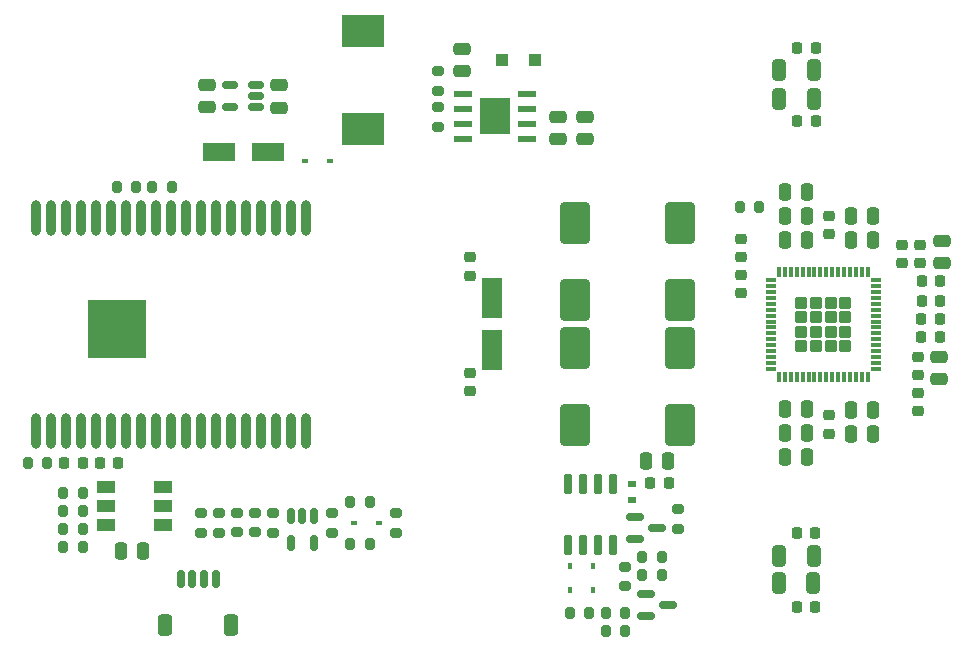
<source format=gbr>
G04 #@! TF.GenerationSoftware,KiCad,Pcbnew,(6.0.5-0)*
G04 #@! TF.CreationDate,2022-12-01T23:32:52+01:00*
G04 #@! TF.ProjectId,muVox,6d75566f-782e-46b6-9963-61645f706362,rc1*
G04 #@! TF.SameCoordinates,Original*
G04 #@! TF.FileFunction,Paste,Top*
G04 #@! TF.FilePolarity,Positive*
%FSLAX46Y46*%
G04 Gerber Fmt 4.6, Leading zero omitted, Abs format (unit mm)*
G04 Created by KiCad (PCBNEW (6.0.5-0)) date 2022-12-01 23:32:52*
%MOMM*%
%LPD*%
G01*
G04 APERTURE LIST*
G04 Aperture macros list*
%AMRoundRect*
0 Rectangle with rounded corners*
0 $1 Rounding radius*
0 $2 $3 $4 $5 $6 $7 $8 $9 X,Y pos of 4 corners*
0 Add a 4 corners polygon primitive as box body*
4,1,4,$2,$3,$4,$5,$6,$7,$8,$9,$2,$3,0*
0 Add four circle primitives for the rounded corners*
1,1,$1+$1,$2,$3*
1,1,$1+$1,$4,$5*
1,1,$1+$1,$6,$7*
1,1,$1+$1,$8,$9*
0 Add four rect primitives between the rounded corners*
20,1,$1+$1,$2,$3,$4,$5,0*
20,1,$1+$1,$4,$5,$6,$7,0*
20,1,$1+$1,$6,$7,$8,$9,0*
20,1,$1+$1,$8,$9,$2,$3,0*%
G04 Aperture macros list end*
%ADD10RoundRect,0.250000X-0.475000X0.250000X-0.475000X-0.250000X0.475000X-0.250000X0.475000X0.250000X0*%
%ADD11RoundRect,0.150000X0.150000X-0.725000X0.150000X0.725000X-0.150000X0.725000X-0.150000X-0.725000X0*%
%ADD12RoundRect,0.150000X0.512500X0.150000X-0.512500X0.150000X-0.512500X-0.150000X0.512500X-0.150000X0*%
%ADD13RoundRect,0.225000X0.250000X-0.225000X0.250000X0.225000X-0.250000X0.225000X-0.250000X-0.225000X0*%
%ADD14RoundRect,0.150000X-0.150000X0.512500X-0.150000X-0.512500X0.150000X-0.512500X0.150000X0.512500X0*%
%ADD15RoundRect,0.250000X1.137500X0.550000X-1.137500X0.550000X-1.137500X-0.550000X1.137500X-0.550000X0*%
%ADD16RoundRect,0.150000X-0.587500X-0.150000X0.587500X-0.150000X0.587500X0.150000X-0.587500X0.150000X0*%
%ADD17R,0.450000X0.600000*%
%ADD18RoundRect,0.250000X0.250000X0.475000X-0.250000X0.475000X-0.250000X-0.475000X0.250000X-0.475000X0*%
%ADD19RoundRect,0.200000X0.275000X-0.200000X0.275000X0.200000X-0.275000X0.200000X-0.275000X-0.200000X0*%
%ADD20RoundRect,0.250000X1.000000X-1.500000X1.000000X1.500000X-1.000000X1.500000X-1.000000X-1.500000X0*%
%ADD21RoundRect,0.200000X0.200000X0.275000X-0.200000X0.275000X-0.200000X-0.275000X0.200000X-0.275000X0*%
%ADD22RoundRect,0.225000X-0.225000X-0.250000X0.225000X-0.250000X0.225000X0.250000X-0.225000X0.250000X0*%
%ADD23R,0.600000X0.450000*%
%ADD24RoundRect,0.225000X0.225000X0.250000X-0.225000X0.250000X-0.225000X-0.250000X0.225000X-0.250000X0*%
%ADD25RoundRect,0.200000X-0.200000X-0.275000X0.200000X-0.275000X0.200000X0.275000X-0.200000X0.275000X0*%
%ADD26RoundRect,0.250000X-1.000000X1.500000X-1.000000X-1.500000X1.000000X-1.500000X1.000000X1.500000X0*%
%ADD27RoundRect,0.250000X-0.325000X-0.650000X0.325000X-0.650000X0.325000X0.650000X-0.325000X0.650000X0*%
%ADD28RoundRect,0.200000X-0.275000X0.200000X-0.275000X-0.200000X0.275000X-0.200000X0.275000X0.200000X0*%
%ADD29RoundRect,0.250000X-0.277694X0.277694X-0.277694X-0.277694X0.277694X-0.277694X0.277694X0.277694X0*%
%ADD30RoundRect,0.075000X-0.075000X0.362500X-0.075000X-0.362500X0.075000X-0.362500X0.075000X0.362500X0*%
%ADD31RoundRect,0.075000X-0.362500X0.075000X-0.362500X-0.075000X0.362500X-0.075000X0.362500X0.075000X0*%
%ADD32R,3.600000X2.700000*%
%ADD33R,0.700000X0.600000*%
%ADD34RoundRect,0.250000X0.475000X-0.250000X0.475000X0.250000X-0.475000X0.250000X-0.475000X-0.250000X0*%
%ADD35R,1.550000X0.600000*%
%ADD36R,2.600000X3.100000*%
%ADD37RoundRect,0.250000X-0.250000X-0.475000X0.250000X-0.475000X0.250000X0.475000X-0.250000X0.475000X0*%
%ADD38R,1.500000X1.000000*%
%ADD39RoundRect,0.150000X-0.150000X-0.625000X0.150000X-0.625000X0.150000X0.625000X-0.150000X0.625000X0*%
%ADD40RoundRect,0.250000X-0.350000X-0.650000X0.350000X-0.650000X0.350000X0.650000X-0.350000X0.650000X0*%
%ADD41RoundRect,0.225000X-0.250000X0.225000X-0.250000X-0.225000X0.250000X-0.225000X0.250000X0.225000X0*%
%ADD42R,1.800000X3.500000*%
%ADD43O,0.900000X3.000000*%
%ADD44R,5.000000X5.000000*%
%ADD45R,1.100000X1.100000*%
G04 APERTURE END LIST*
D10*
X101859100Y-114146800D03*
X101859100Y-116046800D03*
X95709100Y-114129900D03*
X95709100Y-116029900D03*
D11*
X126314200Y-153068100D03*
X127584200Y-153068100D03*
X128854200Y-153068100D03*
X130124200Y-153068100D03*
X130124200Y-147918100D03*
X128854200Y-147918100D03*
X127584200Y-147918100D03*
X126314200Y-147918100D03*
D12*
X99927600Y-116029300D03*
X99927600Y-115079300D03*
X99927600Y-114129300D03*
X97652600Y-114129300D03*
X97652600Y-116029300D03*
D13*
X140960100Y-128694300D03*
X140960100Y-127144300D03*
D14*
X104763400Y-150647700D03*
X103813400Y-150647700D03*
X102863400Y-150647700D03*
X102863400Y-152922700D03*
X104763400Y-152922700D03*
D15*
X100902600Y-119829300D03*
X96777600Y-119829300D03*
D16*
X132887500Y-157200000D03*
X132887500Y-159100000D03*
X134762500Y-158150000D03*
D17*
X128450000Y-154825000D03*
X128450000Y-156925000D03*
D18*
X152140100Y-127229300D03*
X150240100Y-127229300D03*
D19*
X95199200Y-152031200D03*
X95199200Y-150381200D03*
D20*
X135760480Y-142894790D03*
X135760480Y-136394790D03*
D13*
X148400100Y-126734300D03*
X148400100Y-125184300D03*
D21*
X85215900Y-148675000D03*
X83565900Y-148675000D03*
D22*
X133275000Y-147800000D03*
X134825000Y-147800000D03*
D18*
X152140100Y-141679300D03*
X150240100Y-141679300D03*
D21*
X131150000Y-160350000D03*
X129500000Y-160350000D03*
D23*
X108184200Y-151206200D03*
X110284200Y-151206200D03*
D24*
X147215100Y-152049300D03*
X145665100Y-152049300D03*
D25*
X107884200Y-152956200D03*
X109534200Y-152956200D03*
D18*
X152140100Y-143679300D03*
X150240100Y-143679300D03*
D26*
X126915100Y-125804300D03*
X126915100Y-132304300D03*
D21*
X85225000Y-151725000D03*
X83575000Y-151725000D03*
D24*
X88225000Y-146175000D03*
X86675000Y-146175000D03*
X147210100Y-158289300D03*
X145660100Y-158289300D03*
X147260100Y-117219300D03*
X145710100Y-117219300D03*
D27*
X144140100Y-153979300D03*
X147090100Y-153979300D03*
D18*
X146540100Y-123189300D03*
X144640100Y-123189300D03*
D21*
X109534200Y-149456200D03*
X107884200Y-149456200D03*
D13*
X155905200Y-141719600D03*
X155905200Y-140169600D03*
D27*
X144135100Y-156339300D03*
X147085100Y-156339300D03*
D21*
X89740100Y-122779300D03*
X88090100Y-122779300D03*
X85225000Y-153275000D03*
X83575000Y-153275000D03*
D24*
X85200000Y-146175000D03*
X83650000Y-146175000D03*
D10*
X117365100Y-111079300D03*
X117365100Y-112979300D03*
D27*
X144185100Y-115279300D03*
X147135100Y-115279300D03*
D13*
X118015100Y-130279300D03*
X118015100Y-128729300D03*
D24*
X157775100Y-133939300D03*
X156225100Y-133939300D03*
D28*
X101299400Y-150381200D03*
X101299400Y-152031200D03*
D18*
X146540100Y-127229300D03*
X144640100Y-127229300D03*
D19*
X115265100Y-114604300D03*
X115265100Y-112954300D03*
D27*
X144185100Y-112904300D03*
X147135100Y-112904300D03*
D19*
X115265100Y-117654300D03*
X115265100Y-116004300D03*
D29*
X149777600Y-132554300D03*
X149777600Y-136266800D03*
X146065100Y-132554300D03*
X149777600Y-133791800D03*
X146065100Y-135029300D03*
X146065100Y-133791800D03*
X149777600Y-135029300D03*
X147302600Y-135029300D03*
X148540100Y-135029300D03*
X147302600Y-133791800D03*
X147302600Y-136266800D03*
X148540100Y-132554300D03*
X148540100Y-133791800D03*
X147302600Y-132554300D03*
X146065100Y-136266800D03*
X148540100Y-136266800D03*
D30*
X151671350Y-129973050D03*
X151171350Y-129973050D03*
X150671350Y-129973050D03*
X150171350Y-129973050D03*
X149671350Y-129973050D03*
X149171350Y-129973050D03*
X148671350Y-129973050D03*
X148171350Y-129973050D03*
X147671350Y-129973050D03*
X147171350Y-129973050D03*
X146671350Y-129973050D03*
X146171350Y-129973050D03*
X145671350Y-129973050D03*
X145171350Y-129973050D03*
X144671350Y-129973050D03*
X144171350Y-129973050D03*
D31*
X143483850Y-130660550D03*
X143483850Y-131160550D03*
X143483850Y-131660550D03*
X143483850Y-132160550D03*
X143483850Y-132660550D03*
X143483850Y-133160550D03*
X143483850Y-133660550D03*
X143483850Y-134160550D03*
X143483850Y-134660550D03*
X143483850Y-135160550D03*
X143483850Y-135660550D03*
X143483850Y-136160550D03*
X143483850Y-136660550D03*
X143483850Y-137160550D03*
X143483850Y-137660550D03*
X143483850Y-138160550D03*
D30*
X144171350Y-138848050D03*
X144671350Y-138848050D03*
X145171350Y-138848050D03*
X145671350Y-138848050D03*
X146171350Y-138848050D03*
X146671350Y-138848050D03*
X147171350Y-138848050D03*
X147671350Y-138848050D03*
X148171350Y-138848050D03*
X148671350Y-138848050D03*
X149171350Y-138848050D03*
X149671350Y-138848050D03*
X150171350Y-138848050D03*
X150671350Y-138848050D03*
X151171350Y-138848050D03*
X151671350Y-138848050D03*
D31*
X152358850Y-138160550D03*
X152358850Y-137660550D03*
X152358850Y-137160550D03*
X152358850Y-136660550D03*
X152358850Y-136160550D03*
X152358850Y-135660550D03*
X152358850Y-135160550D03*
X152358850Y-134660550D03*
X152358850Y-134160550D03*
X152358850Y-133660550D03*
X152358850Y-133160550D03*
X152358850Y-132660550D03*
X152358850Y-132160550D03*
X152358850Y-131660550D03*
X152358850Y-131160550D03*
X152358850Y-130660550D03*
D32*
X108968100Y-109593300D03*
X108968100Y-117893300D03*
D28*
X131100000Y-154925000D03*
X131100000Y-156575000D03*
D33*
X131750000Y-149275000D03*
X131750000Y-147875000D03*
D25*
X132575000Y-155650000D03*
X134225000Y-155650000D03*
X80575000Y-146175000D03*
X82225000Y-146175000D03*
D13*
X140960100Y-131734300D03*
X140960100Y-130184300D03*
D21*
X85215000Y-150198300D03*
X83565000Y-150198300D03*
D34*
X157930100Y-129219300D03*
X157930100Y-127319300D03*
D28*
X106324400Y-150381200D03*
X106324400Y-152031200D03*
D35*
X117422600Y-114856800D03*
X117422600Y-116126800D03*
X117422600Y-117396800D03*
X117422600Y-118666800D03*
X122822600Y-118666800D03*
X122822600Y-117396800D03*
X122822600Y-116126800D03*
X122822600Y-114856800D03*
D36*
X120122600Y-116761800D03*
D21*
X92765100Y-122779300D03*
X91115100Y-122779300D03*
D18*
X146540100Y-143629300D03*
X144640100Y-143629300D03*
D21*
X128100000Y-158825000D03*
X126450000Y-158825000D03*
D18*
X146540100Y-141579300D03*
X144640100Y-141579300D03*
D19*
X96723200Y-152031200D03*
X96723200Y-150381200D03*
D24*
X147260100Y-110959300D03*
X145710100Y-110959300D03*
D16*
X132000000Y-150675000D03*
X132000000Y-152575000D03*
X133875000Y-151625000D03*
D28*
X135650000Y-150075000D03*
X135650000Y-151725000D03*
D21*
X131150000Y-158825000D03*
X129500000Y-158825000D03*
D25*
X140825000Y-124450000D03*
X142475000Y-124450000D03*
D20*
X126890100Y-142904300D03*
X126890100Y-136404300D03*
D37*
X132879000Y-146002200D03*
X134779000Y-146002200D03*
D26*
X135760480Y-125837290D03*
X135760480Y-132337290D03*
D19*
X98247200Y-152019000D03*
X98247200Y-150369000D03*
D37*
X88422400Y-153619200D03*
X90322400Y-153619200D03*
D13*
X155940100Y-138689300D03*
X155940100Y-137139300D03*
D19*
X99771200Y-152019000D03*
X99771200Y-150369000D03*
D10*
X157680100Y-137149300D03*
X157680100Y-139049300D03*
D13*
X154600100Y-129224300D03*
X154600100Y-127674300D03*
D19*
X111725000Y-152025000D03*
X111725000Y-150375000D03*
D38*
X87150000Y-148150000D03*
X87150000Y-149750000D03*
X87150000Y-151350000D03*
X92050000Y-151350000D03*
X92050000Y-149750000D03*
X92050000Y-148150000D03*
D39*
X93496000Y-155988000D03*
X94496000Y-155988000D03*
X95496000Y-155988000D03*
X96496000Y-155988000D03*
D40*
X92196000Y-159863000D03*
X97796000Y-159863000D03*
D10*
X127742600Y-116827800D03*
X127742600Y-118727800D03*
D18*
X146540100Y-125229300D03*
X144640100Y-125229300D03*
D25*
X132575000Y-154125000D03*
X134225000Y-154125000D03*
D13*
X156140100Y-129239300D03*
X156140100Y-127689300D03*
D41*
X148430100Y-142114300D03*
X148430100Y-143664300D03*
D22*
X156280100Y-130729300D03*
X157830100Y-130729300D03*
D23*
X104065100Y-120579300D03*
X106165100Y-120579300D03*
D42*
X119840100Y-136579300D03*
X119840100Y-132179300D03*
D41*
X117965100Y-138504300D03*
X117965100Y-140054300D03*
D43*
X81230100Y-143410550D03*
X82500100Y-143410550D03*
X83770100Y-143410550D03*
X85040100Y-143410550D03*
X86310100Y-143410550D03*
X87580100Y-143410550D03*
X88850100Y-143410550D03*
X90120100Y-143410550D03*
X91390100Y-143410550D03*
X92660100Y-143410550D03*
X93930100Y-143410550D03*
X95200100Y-143410550D03*
X96470100Y-143410550D03*
X97740100Y-143410550D03*
X99040100Y-143410550D03*
X100310100Y-143410550D03*
X101580100Y-143410550D03*
X102850100Y-143410550D03*
X104120100Y-143410550D03*
X104120100Y-125410550D03*
X102850100Y-125410550D03*
X101580100Y-125410550D03*
X100310100Y-125410550D03*
X99040100Y-125410550D03*
X97740100Y-125380550D03*
X96470100Y-125380550D03*
X95200100Y-125380550D03*
X93930100Y-125380550D03*
X92660100Y-125380550D03*
X91390100Y-125380550D03*
X90120100Y-125380550D03*
X88850100Y-125380550D03*
X87580100Y-125380550D03*
X86310100Y-125380550D03*
X85040100Y-125380550D03*
X83770100Y-125380550D03*
X82500100Y-125380550D03*
X81230100Y-125380550D03*
D44*
X88150100Y-134810550D03*
D10*
X125456600Y-116827800D03*
X125456600Y-118727800D03*
D22*
X156215100Y-135459300D03*
X157765100Y-135459300D03*
D17*
X126450000Y-154825000D03*
X126450000Y-156925000D03*
D18*
X146540100Y-145639300D03*
X144640100Y-145639300D03*
D45*
X123515100Y-112029300D03*
X120715100Y-112029300D03*
D18*
X152140100Y-125229300D03*
X150240100Y-125229300D03*
D22*
X156240100Y-132419300D03*
X157790100Y-132419300D03*
M02*

</source>
